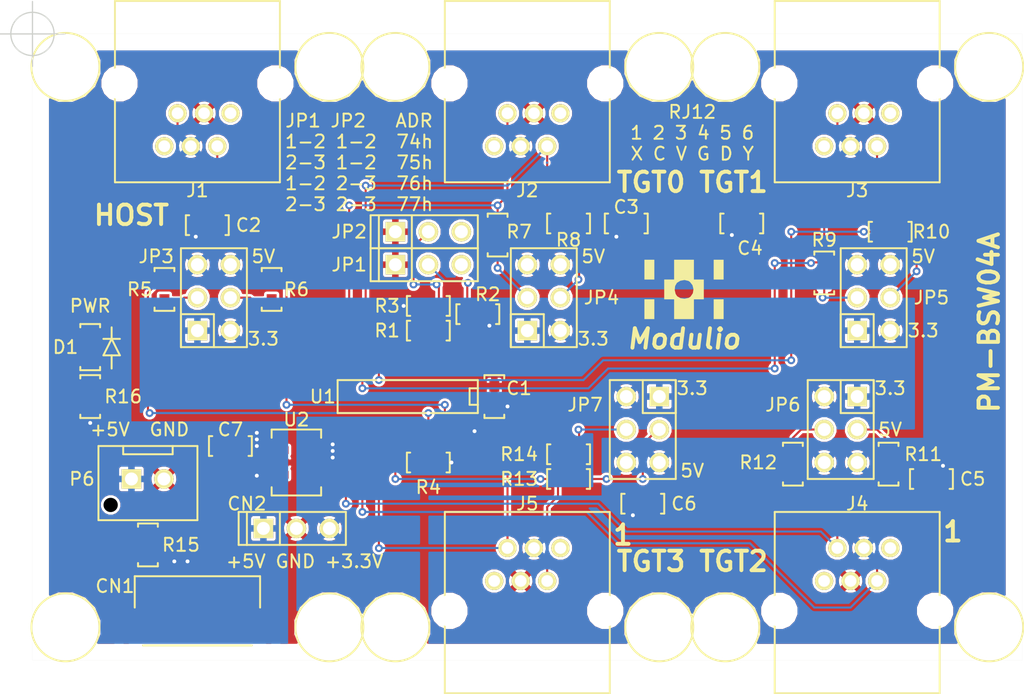
<source format=kicad_pcb>
(kicad_pcb (version 4) (host pcbnew 4.0.4-stable)
  (layers (0 F.Cu signal) (31 B.Cu signal) (34 B.Paste user) (35 F.Paste user) (36 B.SilkS user) (37 F.SilkS user) (38 B.Mask user) (39 F.Mask user) (44 Edge.Cuts user))
  (net 0 "")
  (net 1 +3.3V)
  (net 2 /SCL0)
  (net 3 /SCL1)
  (net 4 /SCL2)
  (net 5 /SCL3)
  (net 6 /SCL_HOST)
  (net 7 /SDA0)
  (net 8 /SDA1)
  (net 9 /SDA2)
  (net 10 /SDA3)
  (net 11 /SDA_HOST)
  (net 12 /SHIELD_USB)
  (net 13 GND)
  (net 14 VDD)
  (net 15 "Net-(CN1-Pad2)")
  (net 16 "Net-(CN1-Pad3)")
  (net 17 "Net-(CN1-Pad4)")
  (net 18 "Net-(D1-Pad1)")
  (net 19 "Net-(J1-Pad1)")
  (net 20 "Net-(J1-Pad6)")
  (net 21 "Net-(J2-Pad1)")
  (net 22 "Net-(J2-Pad6)")
  (net 23 "Net-(J3-Pad1)")
  (net 24 "Net-(J3-Pad6)")
  (net 25 "Net-(J4-Pad1)")
  (net 26 "Net-(J4-Pad6)")
  (net 27 "Net-(J5-Pad1)")
  (net 28 "Net-(J5-Pad6)")
  (net 29 "Net-(JP1-Pad2)")
  (net 30 "Net-(JP1-Pad3)")
  (net 31 "Net-(JP3-Pad3)")
  (net 32 "Net-(JP3-Pad4)")
  (net 33 "Net-(JP4-Pad3)")
  (net 34 "Net-(JP4-Pad4)")
  (net 35 "Net-(JP5-Pad3)")
  (net 36 "Net-(JP5-Pad4)")
  (net 37 "Net-(JP6-Pad3)")
  (net 38 "Net-(JP6-Pad4)")
  (net 39 "Net-(JP7-Pad3)")
  (net 40 "Net-(JP7-Pad4)")
  (net 41 "Net-(R1-Pad1)")
  (net 42 "Net-(R4-Pad2)")
  (net 43 "Net-(U2-Pad4)")
  (net 44 "Net-(JP2-Pad2)")
  (net 45 "Net-(JP2-Pad3)")
  (module HOLE2_2MM (layer F.Cu) (at 88.9 80.01)
    (fp_text reference HOLE2_2MM_01 hide)
    (fp_text value VAL** hide)
    (pad "" np_thru_hole circle (at 0 0) (size 2.2 2.2) (drill 2.2) (layers *.Cu) (clearance 1.6))
  )
  (module HOLE2_2MM (layer F.Cu) (at 109.22 80.01)
    (fp_text reference HOLE2_2MM_02 hide)
    (fp_text value VAL** hide)
    (pad "" np_thru_hole circle (at 0 0) (size 2.2 2.2) (drill 2.2) (layers *.Cu) (clearance 1.6))
  )
  (module HOLE2_2MM (layer F.Cu) (at 114.3 80.01)
    (fp_text reference HOLE2_2MM_03 hide)
    (fp_text value VAL** hide)
    (pad "" np_thru_hole circle (at 0 0) (size 2.2 2.2) (drill 2.2) (layers *.Cu) (clearance 1.6))
  )
  (module HOLE2_2MM (layer F.Cu) (at 134.62 80.01)
    (fp_text reference HOLE2_2MM_04 hide)
    (fp_text value VAL** hide)
    (pad "" np_thru_hole circle (at 0 0) (size 2.2 2.2) (drill 2.2) (layers *.Cu) (clearance 1.6))
  )
  (module HOLE2_2MM (layer F.Cu) (at 139.7 80.01)
    (fp_text reference HOLE2_2MM_05 hide)
    (fp_text value VAL** hide)
    (pad "" np_thru_hole circle (at 0 0) (size 2.2 2.2) (drill 2.2) (layers *.Cu) (clearance 1.6))
  )
  (module HOLE2_2MM (layer F.Cu) (at 160.02 80.01)
    (fp_text reference HOLE2_2MM_06 hide)
    (fp_text value VAL** hide)
    (pad "" np_thru_hole circle (at 0 0) (size 2.2 2.2) (drill 2.2) (layers *.Cu) (clearance 1.6))
  )
  (module HOLE2_2MM (layer F.Cu) (at 88.9 123.19)
    (fp_text reference HOLE2_2MM_12 hide)
    (fp_text value VAL** hide)
    (pad "" np_thru_hole circle (at 0 0) (size 2.2 2.2) (drill 2.2) (layers *.Cu) (clearance 1.6))
  )
  (module HOLE2_2MM (layer F.Cu) (at 109.22 123.19)
    (fp_text reference HOLE2_2MM_11 hide)
    (fp_text value VAL** hide)
    (pad "" np_thru_hole circle (at 0 0) (size 2.2 2.2) (drill 2.2) (layers *.Cu) (clearance 1.6))
  )
  (module HOLE2_2MM (layer F.Cu) (at 114.3 123.19)
    (fp_text reference HOLE2_2MM_10 hide)
    (fp_text value VAL** hide)
    (pad "" np_thru_hole circle (at 0 0) (size 2.2 2.2) (drill 2.2) (layers *.Cu) (clearance 1.6))
  )
  (module HOLE2_2MM (layer F.Cu) (at 134.62 123.19)
    (fp_text reference HOLE2_2MM_09 hide)
    (fp_text value VAL** hide)
    (pad "" np_thru_hole circle (at 0 0) (size 2.2 2.2) (drill 2.2) (layers *.Cu) (clearance 1.6))
  )
  (module HOLE2_2MM (layer F.Cu) (at 139.7 123.19)
    (fp_text reference HOLE2_2MM_08 hide)
    (fp_text value VAL** hide)
    (pad "" np_thru_hole circle (at 0 0) (size 2.2 2.2) (drill 2.2) (layers *.Cu) (clearance 1.6))
  )
  (module HOLE2_2MM (layer F.Cu) (at 160.02 123.19)
    (fp_text reference HOLE2_2MM_07 hide)
    (fp_text value VAL** hide)
    (pad "" np_thru_hole circle (at 0 0) (size 2.2 2.2) (drill 2.2) (layers *.Cu) (clearance 1.6))
  )
  (module LOGO (layer F.Cu) (at 136.525 97.155 180)
    (fp_text reference G*** hide)
    (fp_text value LOGO hide)
  )
  (module PM_BSW04:SMT1608 (layer F.Cu) (at 121.92 105.41 90)
    (fp_text reference C1 (at 0.635 1.905 180) (layer F.SilkS))
    (fp_text value 1uF hide)
    (pad 1 smd rect (at -0.8128 0 90) (size 0.889 0.762) (layers F.Cu F.Paste F.Mask) (net 1 +3.3V))
    (pad 2 smd rect (at 0.8128 0 90) (size 0.889 0.762) (layers F.Cu F.Paste F.Mask) (net 13 GND))
  )
  (module PM_BSW04:SMT1608 (layer F.Cu) (at 99.822 92.202)
    (fp_text reference C2 (at 3.175 0) (layer F.SilkS))
    (fp_text value 0.1uF hide)
    (pad 1 smd rect (at -0.8128 0) (size 0.889 0.762) (layers F.Cu F.Paste F.Mask) (net 14 VDD))
    (pad 2 smd rect (at 0.8128 0) (size 0.889 0.762) (layers F.Cu F.Paste F.Mask) (net 13 GND))
  )
  (module PM_BSW04:SMT1608 (layer F.Cu) (at 132.08 92.075)
    (fp_text reference C3 (at 0 -1.27) (layer F.SilkS))
    (fp_text value 0.1uF hide)
    (pad 1 smd rect (at -0.8128 0) (size 0.889 0.762) (layers F.Cu F.Paste F.Mask) (net 14 VDD))
    (pad 2 smd rect (at 0.8128 0) (size 0.889 0.762) (layers F.Cu F.Paste F.Mask) (net 13 GND))
  )
  (module PM_BSW04:SMT1608 (layer F.Cu) (at 140.97 92.075)
    (fp_text reference C4 (at 0.635 1.905) (layer F.SilkS))
    (fp_text value 0.1uF hide)
    (pad 1 smd rect (at -0.8128 0) (size 0.889 0.762) (layers F.Cu F.Paste F.Mask) (net 14 VDD))
    (pad 2 smd rect (at 0.8128 0) (size 0.889 0.762) (layers F.Cu F.Paste F.Mask) (net 13 GND))
  )
  (module PM_BSW04:SMT1608 (layer F.Cu) (at 155.575 111.76 180)
    (fp_text reference C5 (at -3.175 0 180) (layer F.SilkS))
    (fp_text value 0.1uF hide)
    (pad 1 smd rect (at -0.8128 0 180) (size 0.889 0.762) (layers F.Cu F.Paste F.Mask) (net 14 VDD))
    (pad 2 smd rect (at 0.8128 0 180) (size 0.889 0.762) (layers F.Cu F.Paste F.Mask) (net 13 GND))
  )
  (module PM_BSW04:SMT1608 (layer F.Cu) (at 133.35 113.665)
    (fp_text reference C6 (at 3.175 0) (layer F.SilkS))
    (fp_text value 0.1uF hide)
    (pad 1 smd rect (at -0.8128 0) (size 0.889 0.762) (layers F.Cu F.Paste F.Mask) (net 14 VDD))
    (pad 2 smd rect (at 0.8128 0) (size 0.889 0.762) (layers F.Cu F.Paste F.Mask) (net 13 GND))
  )
  (module PM_BSW04:SMT1608 (layer F.Cu) (at 101.6 109.22 180)
    (fp_text reference C7 (at 0 1.27 180) (layer F.SilkS))
    (fp_text value 0.1uF hide)
    (pad 1 smd rect (at -0.8128 0 180) (size 0.889 0.762) (layers F.Cu F.Paste F.Mask) (net 14 VDD))
    (pad 2 smd rect (at 0.8128 0 180) (size 0.889 0.762) (layers F.Cu F.Paste F.Mask) (net 13 GND))
  )
  (module PM_BSW04:FCI_MicroB (layer F.Cu) (at 99.06 123.19 180)
    (fp_text reference CN1 (at 6.35 3.175 180) (layer F.SilkS))
    (fp_text value USB_Micro_B hide)
    (pad 7 smd rect (at -3.85 0 180) (size 1.9 1.9) (layers F.Cu F.Paste F.Mask) (net 12 /SHIELD_USB))
    (pad 10 smd rect (at -1.2 0 180) (size 1.9 1.9) (layers F.Cu F.Paste F.Mask) (net 12 /SHIELD_USB))
    (pad 11 smd rect (at 1.2 0 180) (size 1.9 1.9) (layers F.Cu F.Paste F.Mask) (net 12 /SHIELD_USB))
    (pad 8 smd rect (at 3.85 0 180) (size 1.9 1.9) (layers F.Cu F.Paste F.Mask) (net 12 /SHIELD_USB))
    (pad 6 smd rect (at -3.1 2.55 180) (size 2.1 1.6) (layers F.Cu F.Paste F.Mask) (net 12 /SHIELD_USB))
    (pad 9 smd rect (at 3.1 2.55 180) (size 2.1 1.6) (layers F.Cu F.Paste F.Mask) (net 12 /SHIELD_USB))
    (pad 1 smd rect (at 1.3 2.675 180) (size 0.4 1.35) (layers F.Cu F.Paste F.Mask) (net 14 VDD))
    (pad 2 smd rect (at 0.65 2.675 180) (size 0.4 1.35) (layers F.Cu F.Paste F.Mask) (net 15 "Net-(CN1-Pad2)"))
    (pad 3 smd rect (at 0 2.675 180) (size 0.4 1.35) (layers F.Cu F.Paste F.Mask) (net 16 "Net-(CN1-Pad3)"))
    (pad 4 smd rect (at -0.65 2.675 180) (size 0.4 1.35) (layers F.Cu F.Paste F.Mask) (net 17 "Net-(CN1-Pad4)"))
    (pad 5 smd rect (at -1.3 2.675 180) (size 0.4 1.35) (layers F.Cu F.Paste F.Mask) (net 13 GND))
  )
  (module PM_BSW04:LED_SMT1608 (layer F.Cu) (at 90.805 101.6 90)
    (fp_text reference D1 (at 0 -1.905 180) (layer F.SilkS))
    (fp_text value LED hide)
    (pad 1 smd rect (at -0.8128 0 90) (size 0.889 0.762) (layers F.Cu F.Paste F.Mask) (net 18 "Net-(D1-Pad1)"))
    (pad 2 smd rect (at 0.8128 0 90) (size 0.889 0.762) (layers F.Cu F.Paste F.Mask) (net 13 GND))
  )
  (module PM_BSW04:3DIP100E (layer F.Cu) (at 116.84 95.25)
    (fp_text reference JP1 (at -6.096 0 180) (layer F.SilkS))
    (fp_text value CONN_3 hide)
    (pad 1 thru_hole rect (at -2.54 0) (size 1.5 1.5) (drill 1) (layers *.Cu *.Mask F.SilkS) (net 13 GND))
    (pad 2 thru_hole circle (at 0 0) (size 1.5 1.5) (drill 1) (layers *.Cu *.Mask F.SilkS) (net 29 "Net-(JP1-Pad2)"))
    (pad 3 thru_hole circle (at 2.54 0) (size 1.5 1.5) (drill 1) (layers *.Cu *.Mask F.SilkS) (net 30 "Net-(JP1-Pad3)"))
  )
  (module PM_BSW04:6DIP100E (layer F.Cu) (at 99.06 100.33 90)
    (fp_text reference JP3 (at 5.715 -3.175 180) (layer F.SilkS))
    (fp_text value CONN_3X2 hide)
    (pad 1 thru_hole rect (at 0 0 90) (size 1.5 1.5) (drill 1) (layers *.Cu *.Mask F.SilkS) (net 1 +3.3V))
    (pad 2 thru_hole circle (at 0 2.54 90) (size 1.5 1.5) (drill 1) (layers *.Cu *.Mask F.SilkS) (net 1 +3.3V))
    (pad 3 thru_hole circle (at 2.54 0 90) (size 1.5 1.5) (drill 1) (layers *.Cu *.Mask F.SilkS) (net 31 "Net-(JP3-Pad3)"))
    (pad 4 thru_hole circle (at 2.54 2.54 90) (size 1.5 1.5) (drill 1) (layers *.Cu *.Mask F.SilkS) (net 32 "Net-(JP3-Pad4)"))
    (pad 5 thru_hole circle (at 5.08 0 90) (size 1.5 1.5) (drill 1) (layers *.Cu *.Mask F.SilkS) (net 14 VDD))
    (pad 6 thru_hole circle (at 5.08 2.54 90) (size 1.5 1.5) (drill 1) (layers *.Cu *.Mask F.SilkS) (net 14 VDD))
  )
  (module PM_BSW04:6DIP100E (layer F.Cu) (at 124.46 100.33 90)
    (fp_text reference JP4 (at 2.54 5.715 180) (layer F.SilkS))
    (fp_text value CONN_3X2 hide)
    (pad 1 thru_hole rect (at 0 0 90) (size 1.5 1.5) (drill 1) (layers *.Cu *.Mask F.SilkS) (net 1 +3.3V))
    (pad 2 thru_hole circle (at 0 2.54 90) (size 1.5 1.5) (drill 1) (layers *.Cu *.Mask F.SilkS) (net 1 +3.3V))
    (pad 3 thru_hole circle (at 2.54 0 90) (size 1.5 1.5) (drill 1) (layers *.Cu *.Mask F.SilkS) (net 33 "Net-(JP4-Pad3)"))
    (pad 4 thru_hole circle (at 2.54 2.54 90) (size 1.5 1.5) (drill 1) (layers *.Cu *.Mask F.SilkS) (net 34 "Net-(JP4-Pad4)"))
    (pad 5 thru_hole circle (at 5.08 0 90) (size 1.5 1.5) (drill 1) (layers *.Cu *.Mask F.SilkS) (net 14 VDD))
    (pad 6 thru_hole circle (at 5.08 2.54 90) (size 1.5 1.5) (drill 1) (layers *.Cu *.Mask F.SilkS) (net 14 VDD))
  )
  (module PM_BSW04:6DIP100E (layer F.Cu) (at 149.86 100.33 90)
    (fp_text reference JP5 (at 2.54 5.715 180) (layer F.SilkS))
    (fp_text value CONN_3X2 hide)
    (pad 1 thru_hole rect (at 0 0 90) (size 1.5 1.5) (drill 1) (layers *.Cu *.Mask F.SilkS) (net 1 +3.3V))
    (pad 2 thru_hole circle (at 0 2.54 90) (size 1.5 1.5) (drill 1) (layers *.Cu *.Mask F.SilkS) (net 1 +3.3V))
    (pad 3 thru_hole circle (at 2.54 0 90) (size 1.5 1.5) (drill 1) (layers *.Cu *.Mask F.SilkS) (net 35 "Net-(JP5-Pad3)"))
    (pad 4 thru_hole circle (at 2.54 2.54 90) (size 1.5 1.5) (drill 1) (layers *.Cu *.Mask F.SilkS) (net 36 "Net-(JP5-Pad4)"))
    (pad 5 thru_hole circle (at 5.08 0 90) (size 1.5 1.5) (drill 1) (layers *.Cu *.Mask F.SilkS) (net 14 VDD))
    (pad 6 thru_hole circle (at 5.08 2.54 90) (size 1.5 1.5) (drill 1) (layers *.Cu *.Mask F.SilkS) (net 14 VDD))
  )
  (module PM_BSW04:6DIP100E (layer F.Cu) (at 149.86 105.41 270)
    (fp_text reference JP6 (at 0.635 5.715 360) (layer F.SilkS))
    (fp_text value CONN_3X2 hide)
    (pad 1 thru_hole rect (at 0 0 270) (size 1.5 1.5) (drill 1) (layers *.Cu *.Mask F.SilkS) (net 1 +3.3V))
    (pad 2 thru_hole circle (at 0 2.54 270) (size 1.5 1.5) (drill 1) (layers *.Cu *.Mask F.SilkS) (net 1 +3.3V))
    (pad 3 thru_hole circle (at 2.54 0 270) (size 1.5 1.5) (drill 1) (layers *.Cu *.Mask F.SilkS) (net 37 "Net-(JP6-Pad3)"))
    (pad 4 thru_hole circle (at 2.54 2.54 270) (size 1.5 1.5) (drill 1) (layers *.Cu *.Mask F.SilkS) (net 38 "Net-(JP6-Pad4)"))
    (pad 5 thru_hole circle (at 5.08 0 270) (size 1.5 1.5) (drill 1) (layers *.Cu *.Mask F.SilkS) (net 14 VDD))
    (pad 6 thru_hole circle (at 5.08 2.54 270) (size 1.5 1.5) (drill 1) (layers *.Cu *.Mask F.SilkS) (net 14 VDD))
  )
  (module PM_BSW04:6DIP100E (layer F.Cu) (at 134.62 105.41 270)
    (fp_text reference JP7 (at 0.635 5.715 360) (layer F.SilkS))
    (fp_text value CONN_3X2 hide)
    (pad 1 thru_hole rect (at 0 0 270) (size 1.5 1.5) (drill 1) (layers *.Cu *.Mask F.SilkS) (net 1 +3.3V))
    (pad 2 thru_hole circle (at 0 2.54 270) (size 1.5 1.5) (drill 1) (layers *.Cu *.Mask F.SilkS) (net 1 +3.3V))
    (pad 3 thru_hole circle (at 2.54 0 270) (size 1.5 1.5) (drill 1) (layers *.Cu *.Mask F.SilkS) (net 39 "Net-(JP7-Pad3)"))
    (pad 4 thru_hole circle (at 2.54 2.54 270) (size 1.5 1.5) (drill 1) (layers *.Cu *.Mask F.SilkS) (net 40 "Net-(JP7-Pad4)"))
    (pad 5 thru_hole circle (at 5.08 0 270) (size 1.5 1.5) (drill 1) (layers *.Cu *.Mask F.SilkS) (net 14 VDD))
    (pad 6 thru_hole circle (at 5.08 2.54 270) (size 1.5 1.5) (drill 1) (layers *.Cu *.Mask F.SilkS) (net 14 VDD))
  )
  (module PM_BSW04:SMT1608 (layer F.Cu) (at 116.84 100.33 180)
    (fp_text reference R1 (at 3.175 0 360) (layer F.SilkS))
    (fp_text value 10k hide)
    (pad 1 smd rect (at -0.8128 0 180) (size 0.889 0.762) (layers F.Cu F.Paste F.Mask) (net 41 "Net-(R1-Pad1)"))
    (pad 2 smd rect (at 0.8128 0 180) (size 0.889 0.762) (layers F.Cu F.Paste F.Mask) (net 1 +3.3V))
  )
  (module PM_BSW04:SMT1608 (layer F.Cu) (at 120.65 99.06 180)
    (fp_text reference R2 (at -0.762 1.524 360) (layer F.SilkS))
    (fp_text value 10k hide)
    (pad 1 smd rect (at -0.8128 0 180) (size 0.889 0.762) (layers F.Cu F.Paste F.Mask) (net 1 +3.3V))
    (pad 2 smd rect (at 0.8128 0 180) (size 0.889 0.762) (layers F.Cu F.Paste F.Mask) (net 29 "Net-(JP1-Pad2)"))
  )
  (module PM_BSW04:SMT1608 (layer F.Cu) (at 116.84 110.49 180)
    (fp_text reference R4 (at 0 -1.905 360) (layer F.SilkS))
    (fp_text value 10k hide)
    (pad 1 smd rect (at -0.8128 0 180) (size 0.889 0.762) (layers F.Cu F.Paste F.Mask) (net 1 +3.3V))
    (pad 2 smd rect (at 0.8128 0 180) (size 0.889 0.762) (layers F.Cu F.Paste F.Mask) (net 42 "Net-(R4-Pad2)"))
  )
  (module PM_BSW04:SMT1608 (layer F.Cu) (at 96.52 97.155 270)
    (fp_text reference R5 (at 0 1.905 360) (layer F.SilkS))
    (fp_text value 4.7k hide)
    (pad 1 smd rect (at -0.8128 0 270) (size 0.889 0.762) (layers F.Cu F.Paste F.Mask) (net 6 /SCL_HOST))
    (pad 2 smd rect (at 0.8128 0 270) (size 0.889 0.762) (layers F.Cu F.Paste F.Mask) (net 31 "Net-(JP3-Pad3)"))
  )
  (module PM_BSW04:SMT1608 (layer F.Cu) (at 104.775 97.155 270)
    (fp_text reference R6 (at 0 -1.905 360) (layer F.SilkS))
    (fp_text value 4.7k hide)
    (pad 1 smd rect (at -0.8128 0 270) (size 0.889 0.762) (layers F.Cu F.Paste F.Mask) (net 11 /SDA_HOST))
    (pad 2 smd rect (at 0.8128 0 270) (size 0.889 0.762) (layers F.Cu F.Paste F.Mask) (net 32 "Net-(JP3-Pad4)"))
  )
  (module PM_BSW04:SMT1608 (layer F.Cu) (at 122.174 92.964 90)
    (fp_text reference R7 (at 0.254 1.651 180) (layer F.SilkS))
    (fp_text value 4.7k hide)
    (pad 1 smd rect (at -0.8128 0 90) (size 0.889 0.762) (layers F.Cu F.Paste F.Mask) (net 33 "Net-(JP4-Pad3)"))
    (pad 2 smd rect (at 0.8128 0 90) (size 0.889 0.762) (layers F.Cu F.Paste F.Mask) (net 2 /SCL0))
  )
  (module PM_BSW04:SMT1608 (layer F.Cu) (at 127.635 92.075 180)
    (fp_text reference R8 (at 0 -1.27 180) (layer F.SilkS))
    (fp_text value 4.7k hide)
    (pad 1 smd rect (at -0.8128 0 180) (size 0.889 0.762) (layers F.Cu F.Paste F.Mask) (net 34 "Net-(JP4-Pad4)"))
    (pad 2 smd rect (at 0.8128 0 180) (size 0.889 0.762) (layers F.Cu F.Paste F.Mask) (net 7 /SDA0))
  )
  (module PM_BSW04:SMT1608 (layer F.Cu) (at 147.32 95.885 270)
    (fp_text reference R9 (at -2.54 0 360) (layer F.SilkS))
    (fp_text value 4.7k hide)
    (pad 1 smd rect (at -0.8128 0 270) (size 0.889 0.762) (layers F.Cu F.Paste F.Mask) (net 3 /SCL1))
    (pad 2 smd rect (at 0.8128 0 270) (size 0.889 0.762) (layers F.Cu F.Paste F.Mask) (net 35 "Net-(JP5-Pad3)"))
  )
  (module PM_BSW04:SMT1608 (layer F.Cu) (at 152.4 92.71)
    (fp_text reference R10 (at 3.175 0) (layer F.SilkS))
    (fp_text value 4.7k hide)
    (pad 1 smd rect (at -0.8128 0) (size 0.889 0.762) (layers F.Cu F.Paste F.Mask) (net 8 /SDA1))
    (pad 2 smd rect (at 0.8128 0) (size 0.889 0.762) (layers F.Cu F.Paste F.Mask) (net 36 "Net-(JP5-Pad4)"))
  )
  (module PM_BSW04:SMT1608 (layer F.Cu) (at 152.273 110.617 270)
    (fp_text reference R11 (at -0.762 -2.667 360) (layer F.SilkS))
    (fp_text value 4.7k hide)
    (pad 1 smd rect (at -0.8128 0 270) (size 0.889 0.762) (layers F.Cu F.Paste F.Mask) (net 37 "Net-(JP6-Pad3)"))
    (pad 2 smd rect (at 0.8128 0 270) (size 0.889 0.762) (layers F.Cu F.Paste F.Mask) (net 4 /SCL2))
  )
  (module PM_BSW04:SMT1608 (layer F.Cu) (at 144.907 110.617 90)
    (fp_text reference R12 (at 0.127 -2.667 180) (layer F.SilkS))
    (fp_text value 4.7k hide)
    (pad 1 smd rect (at -0.8128 0 90) (size 0.889 0.762) (layers F.Cu F.Paste F.Mask) (net 9 /SDA2))
    (pad 2 smd rect (at 0.8128 0 90) (size 0.889 0.762) (layers F.Cu F.Paste F.Mask) (net 38 "Net-(JP6-Pad4)"))
  )
  (module PM_BSW04:SMT1608 (layer F.Cu) (at 127.635 111.76)
    (fp_text reference R13 (at -3.81 0 180) (layer F.SilkS))
    (fp_text value 4.7k hide)
    (pad 1 smd rect (at -0.8128 0) (size 0.889 0.762) (layers F.Cu F.Paste F.Mask) (net 5 /SCL3))
    (pad 2 smd rect (at 0.8128 0) (size 0.889 0.762) (layers F.Cu F.Paste F.Mask) (net 39 "Net-(JP7-Pad3)"))
  )
  (module PM_BSW04:SMT1608 (layer F.Cu) (at 127.635 109.855 180)
    (fp_text reference R14 (at 3.81 0 360) (layer F.SilkS))
    (fp_text value 4.7k hide)
    (pad 1 smd rect (at -0.8128 0 180) (size 0.889 0.762) (layers F.Cu F.Paste F.Mask) (net 40 "Net-(JP7-Pad4)"))
    (pad 2 smd rect (at 0.8128 0 180) (size 0.889 0.762) (layers F.Cu F.Paste F.Mask) (net 10 /SDA3))
  )
  (module PM_BSW04:SMT1608 (layer F.Cu) (at 95.25 116.84 270)
    (fp_text reference R15 (at 0 -2.54 360) (layer F.SilkS))
    (fp_text value 0-OHM hide)
    (pad 1 smd rect (at -0.8128 0 270) (size 0.889 0.762) (layers F.Cu F.Paste F.Mask) (net 13 GND))
    (pad 2 smd rect (at 0.8128 0 270) (size 0.889 0.762) (layers F.Cu F.Paste F.Mask) (net 12 /SHIELD_USB))
  )
  (module PM_BSW04:SMT1608 (layer F.Cu) (at 90.805 105.41 90)
    (fp_text reference R16 (at 0 2.54 180) (layer F.SilkS))
    (fp_text value 1K hide)
    (pad 1 smd rect (at -0.8128 0 90) (size 0.889 0.762) (layers F.Cu F.Paste F.Mask) (net 14 VDD))
    (pad 2 smd rect (at 0.8128 0 90) (size 0.889 0.762) (layers F.Cu F.Paste F.Mask) (net 18 "Net-(D1-Pad1)"))
  )
  (module PM_BSW04:SO16_SOT109 (layer F.Cu) (at 114.935 105.41 180)
    (fp_text reference U1 (at 6.223 0 360) (layer F.SilkS))
    (fp_text value PCA9546A hide)
    (pad 1 smd rect (at -4.445 2.65 180) (size 0.6 1.3) (layers F.Cu F.Paste F.Mask) (net 29 "Net-(JP1-Pad2)"))
    (pad 2 smd rect (at -3.175 2.65 180) (size 0.6 1.3) (layers F.Cu F.Paste F.Mask) (net 44 "Net-(JP2-Pad2)"))
    (pad 3 smd rect (at -1.905 2.65 180) (size 0.6 1.3) (layers F.Cu F.Paste F.Mask) (net 41 "Net-(R1-Pad1)"))
    (pad 4 smd rect (at -0.635 2.65 180) (size 0.6 1.3) (layers F.Cu F.Paste F.Mask) (net 7 /SDA0))
    (pad 5 smd rect (at 0.635 2.65 180) (size 0.6 1.3) (layers F.Cu F.Paste F.Mask) (net 2 /SCL0))
    (pad 6 smd rect (at 1.905 2.65 180) (size 0.6 1.3) (layers F.Cu F.Paste F.Mask) (net 8 /SDA1))
    (pad 7 smd rect (at 3.175 2.65 180) (size 0.6 1.3) (layers F.Cu F.Paste F.Mask) (net 3 /SCL1))
    (pad 8 smd rect (at 4.445 2.65 180) (size 0.6 1.3) (layers F.Cu F.Paste F.Mask) (net 13 GND))
    (pad 9 smd rect (at 4.445 -2.65 180) (size 0.6 1.3) (layers F.Cu F.Paste F.Mask) (net 9 /SDA2))
    (pad 10 smd rect (at 3.175 -2.65 180) (size 0.6 1.3) (layers F.Cu F.Paste F.Mask) (net 4 /SCL2))
    (pad 11 smd rect (at 1.905 -2.65 180) (size 0.6 1.3) (layers F.Cu F.Paste F.Mask) (net 10 /SDA3))
    (pad 12 smd rect (at 0.635 -2.65 180) (size 0.6 1.3) (layers F.Cu F.Paste F.Mask) (net 5 /SCL3))
    (pad 13 smd rect (at -0.635 -2.65 180) (size 0.6 1.3) (layers F.Cu F.Paste F.Mask) (net 42 "Net-(R4-Pad2)"))
    (pad 14 smd rect (at -1.905 -2.65 180) (size 0.6 1.3) (layers F.Cu F.Paste F.Mask) (net 6 /SCL_HOST))
    (pad 15 smd rect (at -3.175 -2.65 180) (size 0.6 1.3) (layers F.Cu F.Paste F.Mask) (net 11 /SDA_HOST))
    (pad 16 smd rect (at -4.445 -2.65 180) (size 0.6 1.3) (layers F.Cu F.Paste F.Mask) (net 1 +3.3V))
  )
  (module PM_BSW04:SMV2915 (layer F.Cu) (at 106.68 110.49 270)
    (fp_text reference U2 (at -3.302 0 360) (layer F.SilkS))
    (fp_text value TCR2EF33 hide)
    (pad 1 smd rect (at -0.95 1.25 270) (size 0.6 1.3) (layers F.Cu F.Paste F.Mask) (net 14 VDD))
    (pad 2 smd rect (at 0 1.25 270) (size 0.6 1.3) (layers F.Cu F.Paste F.Mask) (net 13 GND))
    (pad 3 smd rect (at 0.95 1.25 270) (size 0.6 1.3) (layers F.Cu F.Paste F.Mask) (net 14 VDD))
    (pad 4 smd rect (at 0.95 -1.25 270) (size 0.6 1.3) (layers F.Cu F.Paste F.Mask) (net 43 "Net-(U2-Pad4)"))
    (pad 5 smd rect (at -0.95 -1.25 270) (size 0.6 1.3) (layers F.Cu F.Paste F.Mask) (net 1 +3.3V))
  )
  (module PM_BSW04:CN_B2B_XH_AM (layer F.Cu) (at 93.98 111.76)
    (fp_text reference P6 (at -3.81 0) (layer F.SilkS))
    (fp_text value CONN_2 hide)
    (pad 1 thru_hole rect (at 0 0) (size 1.5 1.5) (drill 1) (layers *.Cu *.Mask F.SilkS) (net 14 VDD))
    (pad 2 thru_hole circle (at 2.5 0) (size 1.5 1.5) (drill 1) (layers *.Cu *.Mask F.SilkS) (net 13 GND))
    (pad "" np_thru_hole circle (at -1.6 2) (size 1.1 1.1) (drill 1.1) (layers))
  )
  (module PM_BSW04:3DIP100E (layer F.Cu) (at 106.68 115.57)
    (fp_text reference CN2 (at -3.81 -1.905) (layer F.SilkS))
    (fp_text value CONN_01X03 hide)
    (pad 1 thru_hole rect (at -2.54 0) (size 1.5 1.5) (drill 1) (layers *.Cu *.Mask F.SilkS) (net 14 VDD))
    (pad 2 thru_hole circle (at 0 0) (size 1.5 1.5) (drill 1) (layers *.Cu *.Mask F.SilkS) (net 13 GND))
    (pad 3 thru_hole circle (at 2.54 0) (size 1.5 1.5) (drill 1) (layers *.Cu *.Mask F.SilkS) (net 1 +3.3V))
  )
  (module PM_BSW04:3DIP100E (layer F.Cu) (at 116.84 92.71)
    (fp_text reference JP2 (at -6.096 0) (layer F.SilkS))
    (fp_text value CONN_3 hide)
    (pad 1 thru_hole rect (at -2.54 0) (size 1.5 1.5) (drill 1) (layers *.Cu *.Mask F.SilkS) (net 13 GND))
    (pad 2 thru_hole circle (at 0 0) (size 1.5 1.5) (drill 1) (layers *.Cu *.Mask F.SilkS) (net 44 "Net-(JP2-Pad2)"))
    (pad 3 thru_hole circle (at 2.54 0) (size 1.5 1.5) (drill 1) (layers *.Cu *.Mask F.SilkS) (net 45 "Net-(JP2-Pad3)"))
  )
  (module PM_BSW04:SMT1608 (layer F.Cu) (at 116.84 98.425)
    (fp_text reference R3 (at -3.175 0) (layer F.SilkS))
    (fp_text value 10k hide)
    (pad 1 smd rect (at -0.8128 0) (size 0.889 0.762) (layers F.Cu F.Paste F.Mask) (net 1 +3.3V))
    (pad 2 smd rect (at 0.8128 0) (size 0.889 0.762) (layers F.Cu F.Paste F.Mask) (net 44 "Net-(JP2-Pad2)"))
  )
  (module PM_BSW04:RJ12_E5566-Q0LK22-L (layer F.Cu) (at 124.46 121.92)
    (fp_text reference J5 (at 0 -8.255) (layer F.SilkS))
    (fp_text value RJ12_NPTH hide)
    (pad 1 thru_hole circle (at 2.55 -4.84) (size 1.4 1.4) (drill 0.9) (layers *.Cu *.Mask F.SilkS) (net 27 "Net-(J5-Pad1)"))
    (pad 2 thru_hole circle (at 1.53 -2.3) (size 1.4 1.4) (drill 0.9) (layers *.Cu *.Mask F.SilkS) (net 5 /SCL3))
    (pad 3 thru_hole circle (at 0.51 -4.84) (size 1.4 1.4) (drill 0.9) (layers *.Cu *.Mask F.SilkS) (net 14 VDD))
    (pad 4 thru_hole circle (at -0.51 -2.3) (size 1.4 1.4) (drill 0.9) (layers *.Cu *.Mask F.SilkS) (net 13 GND))
    (pad 5 thru_hole circle (at -1.53 -4.84) (size 1.4 1.4) (drill 0.9) (layers *.Cu *.Mask F.SilkS) (net 10 /SDA3))
    (pad 6 thru_hole circle (at -2.55 -2.3) (size 1.4 1.4) (drill 0.9) (layers *.Cu *.Mask F.SilkS) (net 28 "Net-(J5-Pad6)"))
    (pad "" np_thru_hole circle (at 6 0) (size 2.4 2.4) (drill 2.4) (layers *.Cu))
    (pad "" np_thru_hole circle (at -6 0) (size 2.4 2.4) (drill 2.4) (layers *.Cu))
  )
  (module PM_BSW04:RJ12_E5566-Q0LK22-L (layer F.Cu) (at 149.86 121.92)
    (fp_text reference J4 (at 0 -8.255) (layer F.SilkS))
    (fp_text value RJ12_NPTH hide)
    (pad 1 thru_hole circle (at 2.55 -4.84) (size 1.4 1.4) (drill 0.9) (layers *.Cu *.Mask F.SilkS) (net 25 "Net-(J4-Pad1)"))
    (pad 2 thru_hole circle (at 1.53 -2.3) (size 1.4 1.4) (drill 0.9) (layers *.Cu *.Mask F.SilkS) (net 4 /SCL2))
    (pad 3 thru_hole circle (at 0.51 -4.84) (size 1.4 1.4) (drill 0.9) (layers *.Cu *.Mask F.SilkS) (net 14 VDD))
    (pad 4 thru_hole circle (at -0.51 -2.3) (size 1.4 1.4) (drill 0.9) (layers *.Cu *.Mask F.SilkS) (net 13 GND))
    (pad 5 thru_hole circle (at -1.53 -4.84) (size 1.4 1.4) (drill 0.9) (layers *.Cu *.Mask F.SilkS) (net 9 /SDA2))
    (pad 6 thru_hole circle (at -2.55 -2.3) (size 1.4 1.4) (drill 0.9) (layers *.Cu *.Mask F.SilkS) (net 26 "Net-(J4-Pad6)"))
    (pad "" np_thru_hole circle (at 6 0) (size 2.4 2.4) (drill 2.4) (layers *.Cu))
    (pad "" np_thru_hole circle (at -6 0) (size 2.4 2.4) (drill 2.4) (layers *.Cu))
  )
  (module PM_BSW04:RJ12_E5566-Q0LK22-L (layer F.Cu) (at 124.46 81.28 180)
    (fp_text reference J2 (at 0 -8.255 180) (layer F.SilkS))
    (fp_text value RJ12_NPTH hide)
    (pad 1 thru_hole circle (at 2.55 -4.84 180) (size 1.4 1.4) (drill 0.9) (layers *.Cu *.Mask F.SilkS) (net 21 "Net-(J2-Pad1)"))
    (pad 2 thru_hole circle (at 1.53 -2.3 180) (size 1.4 1.4) (drill 0.9) (layers *.Cu *.Mask F.SilkS) (net 2 /SCL0))
    (pad 3 thru_hole circle (at 0.51 -4.84 180) (size 1.4 1.4) (drill 0.9) (layers *.Cu *.Mask F.SilkS) (net 14 VDD))
    (pad 4 thru_hole circle (at -0.51 -2.3 180) (size 1.4 1.4) (drill 0.9) (layers *.Cu *.Mask F.SilkS) (net 13 GND))
    (pad 5 thru_hole circle (at -1.53 -4.84 180) (size 1.4 1.4) (drill 0.9) (layers *.Cu *.Mask F.SilkS) (net 7 /SDA0))
    (pad 6 thru_hole circle (at -2.55 -2.3 180) (size 1.4 1.4) (drill 0.9) (layers *.Cu *.Mask F.SilkS) (net 22 "Net-(J2-Pad6)"))
    (pad "" np_thru_hole circle (at 6 0 180) (size 2.4 2.4) (drill 2.4) (layers *.Cu))
    (pad "" np_thru_hole circle (at -6 0 180) (size 2.4 2.4) (drill 2.4) (layers *.Cu))
  )
  (module PM_BSW04:RJ12_E5566-Q0LK22-L (layer F.Cu) (at 99.06 81.28 180)
    (fp_text reference J1 (at 0 -8.255 180) (layer F.SilkS))
    (fp_text value RJ12_NPTH hide)
    (pad 1 thru_hole circle (at 2.55 -4.84 180) (size 1.4 1.4) (drill 0.9) (layers *.Cu *.Mask F.SilkS) (net 19 "Net-(J1-Pad1)"))
    (pad 2 thru_hole circle (at 1.53 -2.3 180) (size 1.4 1.4) (drill 0.9) (layers *.Cu *.Mask F.SilkS) (net 6 /SCL_HOST))
    (pad 3 thru_hole circle (at 0.51 -4.84 180) (size 1.4 1.4) (drill 0.9) (layers *.Cu *.Mask F.SilkS) (net 14 VDD))
    (pad 4 thru_hole circle (at -0.51 -2.3 180) (size 1.4 1.4) (drill 0.9) (layers *.Cu *.Mask F.SilkS) (net 13 GND))
    (pad 5 thru_hole circle (at -1.53 -4.84 180) (size 1.4 1.4) (drill 0.9) (layers *.Cu *.Mask F.SilkS) (net 11 /SDA_HOST))
    (pad 6 thru_hole circle (at -2.55 -2.3 180) (size 1.4 1.4) (drill 0.9) (layers *.Cu *.Mask F.SilkS) (net 20 "Net-(J1-Pad6)"))
    (pad "" np_thru_hole circle (at 6 0 180) (size 2.4 2.4) (drill 2.4) (layers *.Cu))
    (pad "" np_thru_hole circle (at -6 0 180) (size 2.4 2.4) (drill 2.4) (layers *.Cu))
  )
  (module PM_BSW04:RJ12_E5566-Q0LK22-L (layer F.Cu) (at 149.86 81.28 180)
    (fp_text reference J3 (at 0 -8.255 180) (layer F.SilkS))
    (fp_text value RJ12_NPTH hide)
    (pad 1 thru_hole circle (at 2.55 -4.84 180) (size 1.4 1.4) (drill 0.9) (layers *.Cu *.Mask F.SilkS) (net 23 "Net-(J3-Pad1)"))
    (pad 2 thru_hole circle (at 1.53 -2.3 180) (size 1.4 1.4) (drill 0.9) (layers *.Cu *.Mask F.SilkS) (net 3 /SCL1))
    (pad 3 thru_hole circle (at 0.51 -4.84 180) (size 1.4 1.4) (drill 0.9) (layers *.Cu *.Mask F.SilkS) (net 14 VDD))
    (pad 4 thru_hole circle (at -0.51 -2.3 180) (size 1.4 1.4) (drill 0.9) (layers *.Cu *.Mask F.SilkS) (net 13 GND))
    (pad 5 thru_hole circle (at -1.53 -4.84 180) (size 1.4 1.4) (drill 0.9) (layers *.Cu *.Mask F.SilkS) (net 8 /SDA1))
    (pad 6 thru_hole circle (at -2.55 -2.3 180) (size 1.4 1.4) (drill 0.9) (layers *.Cu *.Mask F.SilkS) (net 24 "Net-(J3-Pad6)"))
    (pad "" np_thru_hole circle (at 6 0 180) (size 2.4 2.4) (drill 2.4) (layers *.Cu))
    (pad "" np_thru_hole circle (at -6 0 180) (size 2.4 2.4) (drill 2.4) (layers *.Cu))
  )
  (gr_text 1 (at 157.226 115.824) (layer F.SilkS) (effects (font (size 1.5 1.5) (thickness 0.3))))
  (gr_text 5V (at 137.16 111.125) (layer F.SilkS) (effects (font (size 1 1))))
  (gr_text 3.3 (at 137.16 104.775) (layer F.SilkS) (effects (font (size 1 1))))
  (gr_line (start 162.56 125.73) (end 86.36 125.73) (angle 90) (layer Edge.Cuts) (width 0.005))
  (gr_line (start 162.56 77.47) (end 86.36 77.47) (angle 90) (layer Edge.Cuts) (width 0.005))
  (target plus (at 86.36 77.47) (size 5) (width 0.1) (layer Edge.Cuts))
  (gr_line (start 162.56 77.47) (end 162.56 125.73) (angle 90) (layer Edge.Cuts) (width 0.005))
  (gr_line (start 86.36 77.47) (end 86.36 125.73) (angle 90) (layer Edge.Cuts) (width 0.005))
  (gr_text 3.3 (at 152.4 104.775) (layer F.SilkS) (effects (font (size 1 1))))
  (gr_text 5V (at 152.4 107.95) (layer F.SilkS) (effects (font (size 1 1))))
  (gr_text 1 (at 131.826 116.078) (layer F.SilkS) (effects (font (size 1.5 1.5) (thickness 0.3))))
  (gr_text "+5V  GND" (at 94.615 107.95) (layer F.SilkS) (effects (font (size 1 1))))
  (gr_text "+5V GND +3.3V" (at 107.315 118.11) (layer F.SilkS) (effects (font (size 1 1))))
  (gr_text PWR (at 90.805 98.425) (layer F.SilkS) (effects (font (size 1 1))))
  (gr_text Modulio (at 136.525 100.965) (layer F.SilkS) (effects (font (size 1.5 1.5) (thickness 0.3) italic)))
  (gr_text 3.3 (at 154.94 100.33) (layer F.SilkS) (effects (font (size 1 1))))
  (gr_text 5V (at 154.94 94.615) (layer F.SilkS) (effects (font (size 1 1))))
  (gr_text 3.3 (at 129.54 100.965) (layer F.SilkS) (effects (font (size 1 1))))
  (gr_text 5V (at 129.54 94.615) (layer F.SilkS) (effects (font (size 1 1))))
  (gr_text 5V (at 104.14 94.615) (layer F.SilkS) (effects (font (size 1 1))))
  (gr_text 3.3 (at 104.14 100.965) (layer F.SilkS) (effects (font (size 1 1))))
  (gr_text "RJ12\n1 2 3 4 5 6\nX C V G D Y" (at 137.16 85.09) (layer F.SilkS) (effects (font (size 1 1))))
  (gr_text "JP1 JP2   ADR\n1-2 1-2  74h\n2-3 1-2  75h\n1-2 2-3  76h\n2-3 2-3  77h" (at 111.506 87.376) (layer F.SilkS) (effects (font (size 1 1))))
  (gr_text TGT3 (at 133.985 118.11) (layer F.SilkS) (effects (font (size 1.5 1.5) (thickness 0.3))))
  (gr_text TGT2 (at 140.335 118.11) (layer F.SilkS) (effects (font (size 1.5 1.5) (thickness 0.3))))
  (gr_text TGT1 (at 140.335 88.9) (layer F.SilkS) (effects (font (size 1.5 1.5) (thickness 0.3))))
  (gr_text TGT0 (at 133.985 88.9) (layer F.SilkS) (effects (font (size 1.5 1.5) (thickness 0.3))))
  (gr_text HOST (at 93.98 91.44) (layer F.SilkS) (effects (font (size 1.5 1.5) (thickness 0.3))))
  (gr_text PM-BSW04A (at 160.02 99.695 90) (layer F.SilkS) (effects (font (size 1.5 1.5) (thickness 0.3))))
  (segment (start 125.99 87.39) (end 125.984 87.39) (width 0.16) (layer B.Cu) (net 0))
  (segment (start 125.984 87.39) (end 125.97 87.39) (width 0.16) (layer B.Cu) (net 0))
  (segment (start 116.0272 100.33) (end 116.0272 98.425) (width 0.16) (layer F.Cu) (net 1))
  (segment (start 116.0272 98.425) (end 114.935 98.425) (width 0.16) (layer F.Cu) (net 1))
  (via (at 114.935 98.425) (size 0.6) (drill 0.3) (layers F.Cu B.Cu) (net 1))
  (segment (start 121.4628 99.06) (end 121.4628 99.8728) (width 0.16) (layer F.Cu) (net 1))
  (via (at 121.539 99.949) (size 0.6) (drill 0.3) (layers F.Cu B.Cu) (net 1))
  (segment (start 121.4628 99.8728) (end 121.539 99.949) (width 0.16) (layer F.Cu) (net 1))
  (segment (start 121.92 106.2228) (end 122.8852 106.2228) (width 0.16) (layer F.Cu) (net 1))
  (via (at 122.936 106.172) (size 0.6) (drill 0.3) (layers F.Cu B.Cu) (net 1))
  (segment (start 122.8852 106.2228) (end 122.936 106.172) (width 0.16) (layer F.Cu) (net 1))
  (segment (start 119.38 108.06) (end 120.379 108.06) (width 0.16) (layer F.Cu) (net 1))
  (via (at 120.396 108.077) (size 0.6) (drill 0.3) (layers F.Cu B.Cu) (net 1))
  (segment (start 120.379 108.06) (end 120.396 108.077) (width 0.16) (layer F.Cu) (net 1))
  (segment (start 117.6528 110.49) (end 118.618 110.49) (width 0.16) (layer F.Cu) (net 1))
  (via (at 118.618 110.49) (size 0.6) (drill 0.3) (layers F.Cu B.Cu) (net 1))
  (segment (start 109.474 109.601) (end 109.474 110.109) (width 0.5) (layer F.Cu) (net 1))
  (via (at 109.474 109.601) (size 0.6) (layers F.Cu B.Cu) (net 1))
  (via (at 109.474 110.109) (size 0.6) (layers F.Cu B.Cu) (net 1))
  (segment (start 109.474 109.093) (end 109.474 109.601) (width 0.5) (layer F.Cu) (net 1))
  (segment (start 109.413 109.54) (end 109.474 109.601) (width 0.5) (layer F.Cu) (net 1))
  (segment (start 109.413 109.54) (end 107.93 109.54) (width 0.5) (layer F.Cu) (net 1))
  (via (at 109.474 109.093) (size 0.6) (layers F.Cu B.Cu) (net 1))
  (segment (start 122.93 83.58) (end 122.93 89.922) (width 0.16) (layer F.Cu) (net 2))
  (segment (start 122.93 89.922) (end 122.174 90.678) (width 0.16) (layer F.Cu) (net 2))
  (segment (start 122.174 90.678) (end 122.174 92.1512) (width 0.16) (layer F.Cu) (net 2))
  (segment (start 114.3 101.6) (end 114.3 102.76) (width 0.16) (layer F.Cu) (net 2))
  (segment (start 110.744 98.044) (end 114.3 101.6) (width 0.16) (layer F.Cu) (net 2))
  (segment (start 110.744 90.678) (end 110.744 98.044) (width 0.16) (layer F.Cu) (net 2))
  (via (at 110.744 90.678) (size 0.6) (drill 0.3) (layers F.Cu B.Cu) (net 2))
  (segment (start 122.174 90.678) (end 110.744 90.678) (width 0.16) (layer B.Cu) (net 2))
  (via (at 122.174 90.678) (size 0.6) (drill 0.3) (layers F.Cu B.Cu) (net 2))
  (segment (start 148.336 90.932) (end 148.336 83.586) (width 0.16) (layer F.Cu) (net 3))
  (segment (start 148.336 83.586) (end 148.33 83.58) (width 0.16) (layer F.Cu) (net 3))
  (segment (start 147.32 95.0722) (end 146.3548 95.0722) (width 0.16) (layer F.Cu) (net 3))
  (segment (start 111.76 104.775) (end 111.76 102.76) (width 0.16) (layer F.Cu) (net 3))
  (via (at 111.76 104.775) (size 0.6) (drill 0.3) (layers F.Cu B.Cu) (net 3))
  (segment (start 129.159 104.775) (end 111.76 104.775) (width 0.16) (layer B.Cu) (net 3))
  (segment (start 130.683 103.251) (end 129.159 104.775) (width 0.16) (layer B.Cu) (net 3))
  (segment (start 143.51 103.251) (end 130.683 103.251) (width 0.16) (layer B.Cu) (net 3))
  (via (at 143.51 103.251) (size 0.6) (drill 0.3) (layers F.Cu B.Cu) (net 3))
  (segment (start 143.51 95.123) (end 143.51 103.251) (width 0.16) (layer F.Cu) (net 3))
  (via (at 143.51 95.123) (size 0.6) (drill 0.3) (layers F.Cu B.Cu) (net 3))
  (segment (start 146.304 95.123) (end 143.51 95.123) (width 0.16) (layer B.Cu) (net 3))
  (via (at 146.304 95.123) (size 0.6) (drill 0.3) (layers F.Cu B.Cu) (net 3))
  (segment (start 146.3548 95.0722) (end 146.304 95.123) (width 0.16) (layer F.Cu) (net 3))
  (segment (start 147.32 91.948) (end 147.32 95.0722) (width 0.16) (layer F.Cu) (net 3))
  (segment (start 148.33 90.938) (end 148.336 90.932) (width 0.16) (layer F.Cu) (net 3))
  (segment (start 148.336 90.932) (end 147.32 91.948) (width 0.16) (layer F.Cu) (net 3))
  (segment (start 131.445 116.713) (end 141.605 116.713) (width 0.16) (layer B.Cu) (net 4))
  (segment (start 129.032 114.3) (end 111.76 114.3) (width 0.16) (layer B.Cu) (net 4))
  (via (at 111.76 114.3) (size 0.6) (drill 0.3) (layers F.Cu B.Cu) (net 4))
  (segment (start 111.76 108.06) (end 111.76 114.3) (width 0.16) (layer F.Cu) (net 4))
  (segment (start 129.032 114.3) (end 131.445 116.713) (width 0.16) (layer B.Cu) (net 4))
  (segment (start 149.344 121.666) (end 151.39 119.62) (width 0.16) (layer B.Cu) (net 4))
  (segment (start 146.558 121.666) (end 149.344 121.666) (width 0.16) (layer B.Cu) (net 4))
  (segment (start 141.605 116.713) (end 146.558 121.666) (width 0.16) (layer B.Cu) (net 4))
  (segment (start 151.39 119.62) (end 151.39 114.802) (width 0.16) (layer F.Cu) (net 4))
  (segment (start 152.273 113.919) (end 151.39 114.802) (width 0.16) (layer F.Cu) (net 4))
  (segment (start 152.273 113.919) (end 152.273 111.4298) (width 0.16) (layer F.Cu) (net 4))
  (segment (start 126.8222 111.76) (end 126.8222 113.0808) (width 0.16) (layer F.Cu) (net 5))
  (segment (start 125.99 113.913) (end 125.99 119.62) (width 0.16) (layer F.Cu) (net 5))
  (segment (start 126.8222 113.0808) (end 125.99 113.913) (width 0.16) (layer F.Cu) (net 5))
  (segment (start 114.3 108.06) (end 114.3 111.76) (width 0.16) (layer F.Cu) (net 5))
  (segment (start 125.476 111.76) (end 126.8222 111.76) (width 0.16) (layer F.Cu) (net 5))
  (via (at 125.476 111.76) (size 0.6) (drill 0.3) (layers F.Cu B.Cu) (net 5))
  (segment (start 114.3 111.76) (end 125.476 111.76) (width 0.16) (layer B.Cu) (net 5))
  (via (at 114.3 111.76) (size 0.6) (drill 0.3) (layers F.Cu B.Cu) (net 5))
  (segment (start 97.53 83.58) (end 97.53 93.478) (width 0.16) (layer F.Cu) (net 6))
  (segment (start 97.53 93.478) (end 96.52 94.488) (width 0.16) (layer F.Cu) (net 6))
  (segment (start 96.52 94.488) (end 96.52 96.3422) (width 0.16) (layer F.Cu) (net 6))
  (segment (start 116.84 108.06) (end 116.84 106.68) (width 0.16) (layer F.Cu) (net 6))
  (segment (start 95.25 97.409) (end 96.3168 96.3422) (width 0.16) (layer F.Cu) (net 6))
  (segment (start 95.25 106.553) (end 95.25 97.409) (width 0.16) (layer F.Cu) (net 6))
  (segment (start 95.377 106.68) (end 95.25 106.553) (width 0.16) (layer F.Cu) (net 6))
  (via (at 95.377 106.68) (size 0.6) (drill 0.3) (layers F.Cu B.Cu) (net 6))
  (segment (start 116.84 106.68) (end 95.377 106.68) (width 0.16) (layer B.Cu) (net 6))
  (via (at 116.84 106.68) (size 0.6) (drill 0.3) (layers F.Cu B.Cu) (net 6))
  (segment (start 96.3168 96.3422) (end 96.52 96.3422) (width 0.16) (layer F.Cu) (net 6))
  (segment (start 112.014 89.154) (end 122.956 89.154) (width 0.16) (layer B.Cu) (net 7))
  (segment (start 115.57 102.76) (end 115.57 101.727) (width 0.16) (layer F.Cu) (net 7))
  (segment (start 115.57 101.727) (end 112.014 98.171) (width 0.16) (layer F.Cu) (net 7))
  (segment (start 112.014 89.154) (end 112.014 98.171) (width 0.16) (layer F.Cu) (net 7))
  (via (at 112.014 89.154) (size 0.6) (drill 0.3) (layers F.Cu B.Cu) (net 7))
  (segment (start 122.956 89.154) (end 125.99 86.12) (width 0.16) (layer B.Cu) (net 7))
  (segment (start 125.984 86.126) (end 125.99 86.12) (width 0.16) (layer B.Cu) (net 7))
  (segment (start 125.99 86.12) (end 125.99 89.154) (width 0.16) (layer F.Cu) (net 7))
  (segment (start 125.99 89.16) (end 126.8222 89.9922) (width 0.16) (layer F.Cu) (net 7))
  (segment (start 126.8222 89.9922) (end 126.8222 92.075) (width 0.16) (layer F.Cu) (net 7))
  (segment (start 125.99 89.154) (end 125.99 89.16) (width 0.16) (layer F.Cu) (net 7))
  (segment (start 151.39 86.12) (end 151.39 90.684) (width 0.16) (layer F.Cu) (net 8))
  (segment (start 151.5872 90.8812) (end 151.5872 92.71) (width 0.16) (layer F.Cu) (net 8))
  (segment (start 151.39 90.684) (end 151.5872 90.8812) (width 0.16) (layer F.Cu) (net 8))
  (segment (start 144.78 102.616) (end 144.78 92.71) (width 0.16) (layer F.Cu) (net 8))
  (via (at 113.03 104.14) (size 0.6) (drill 0.3) (layers F.Cu B.Cu) (net 8))
  (segment (start 113.03 104.14) (end 128.778 104.14) (width 0.16) (layer B.Cu) (net 8))
  (segment (start 128.778 104.14) (end 130.302 102.616) (width 0.16) (layer B.Cu) (net 8))
  (segment (start 130.302 102.616) (end 144.78 102.616) (width 0.16) (layer B.Cu) (net 8))
  (via (at 144.78 102.616) (size 0.6) (drill 0.3) (layers F.Cu B.Cu) (net 8))
  (segment (start 113.03 102.76) (end 113.03 104.14) (width 0.16) (layer F.Cu) (net 8))
  (segment (start 150.368 92.71) (end 151.5872 92.71) (width 0.16) (layer F.Cu) (net 8))
  (via (at 150.368 92.71) (size 0.6) (drill 0.3) (layers F.Cu B.Cu) (net 8))
  (segment (start 144.78 92.71) (end 150.368 92.71) (width 0.16) (layer B.Cu) (net 8))
  (via (at 144.78 92.71) (size 0.6) (drill 0.3) (layers F.Cu B.Cu) (net 8))
  (segment (start 151.5872 92.71) (end 151.511 92.6338) (width 0.16) (layer F.Cu) (net 8))
  (segment (start 132.066 115.81) (end 147.06 115.81) (width 0.16) (layer B.Cu) (net 9))
  (segment (start 132.066 115.81) (end 129.921 113.665) (width 0.16) (layer B.Cu) (net 9))
  (segment (start 129.921 113.665) (end 110.49 113.665) (width 0.16) (layer B.Cu) (net 9))
  (via (at 110.49 113.665) (size 0.6) (drill 0.3) (layers F.Cu B.Cu) (net 9))
  (segment (start 110.49 108.06) (end 110.49 113.665) (width 0.16) (layer F.Cu) (net 9))
  (segment (start 147.06 115.81) (end 148.33 117.08) (width 0.16) (layer B.Cu) (net 9))
  (segment (start 148.33 117.08) (end 148.33 115.81) (width 0.16) (layer F.Cu) (net 9))
  (segment (start 144.907 112.395) (end 144.907 111.4298) (width 0.16) (layer F.Cu) (net 9))
  (segment (start 148.322 115.81) (end 144.907 112.395) (width 0.16) (layer F.Cu) (net 9))
  (segment (start 148.33 115.81) (end 148.322 115.81) (width 0.16) (layer F.Cu) (net 9))
  (segment (start 122.936 111.379) (end 122.936 117.074) (width 0.16) (layer F.Cu) (net 10))
  (segment (start 122.936 117.074) (end 122.93 117.08) (width 0.16) (layer F.Cu) (net 10))
  (segment (start 122.93 117.08) (end 113.044 117.08) (width 0.16) (layer B.Cu) (net 10))
  (segment (start 113.03 117.094) (end 113.03 108.06) (width 0.16) (layer F.Cu) (net 10))
  (via (at 113.03 117.094) (size 0.6) (drill 0.3) (layers F.Cu B.Cu) (net 10))
  (segment (start 113.044 117.08) (end 113.03 117.094) (width 0.16) (layer B.Cu) (net 10))
  (segment (start 124.46 109.855) (end 126.8222 109.855) (width 0.16) (layer F.Cu) (net 10))
  (segment (start 122.93 111.385) (end 122.936 111.379) (width 0.16) (layer F.Cu) (net 10))
  (segment (start 122.936 111.379) (end 124.46 109.855) (width 0.16) (layer F.Cu) (net 10))
  (segment (start 100.59 86.12) (end 100.59 87.39) (width 0.16) (layer F.Cu) (net 11))
  (segment (start 104.775 91.575) (end 100.59 87.39) (width 0.16) (layer F.Cu) (net 11))
  (segment (start 104.775 91.575) (end 104.775 96.3422) (width 0.16) (layer F.Cu) (net 11))
  (segment (start 104.775 96.3422) (end 105.6132 96.3422) (width 0.16) (layer F.Cu) (net 11))
  (segment (start 118.11 106.045) (end 118.11 108.06) (width 0.16) (layer F.Cu) (net 11))
  (via (at 118.11 106.045) (size 0.6) (drill 0.3) (layers F.Cu B.Cu) (net 11))
  (segment (start 105.918 106.045) (end 118.11 106.045) (width 0.16) (layer B.Cu) (net 11))
  (via (at 105.918 106.045) (size 0.6) (drill 0.3) (layers F.Cu B.Cu) (net 11))
  (segment (start 105.918 96.647) (end 105.918 106.045) (width 0.16) (layer F.Cu) (net 11))
  (segment (start 105.6132 96.3422) (end 105.918 96.647) (width 0.16) (layer F.Cu) (net 11))
  (segment (start 95.25 117.6528) (end 95.25 118.745) (width 0.5) (layer F.Cu) (net 12))
  (segment (start 95.96 119.455) (end 95.96 120.64) (width 0.5) (layer F.Cu) (net 12))
  (segment (start 95.25 118.745) (end 95.96 119.455) (width 0.5) (layer F.Cu) (net 12))
  (segment (start 105.43 110.49) (end 102.997 110.49) (width 0.5) (layer F.Cu) (net 13))
  (segment (start 102.997 110.49) (end 102.616 110.871) (width 0.5) (layer F.Cu) (net 13))
  (segment (start 100.33 118.11) (end 100.33 119.253) (width 0.5) (layer F.Cu) (net 13))
  (segment (start 100.36 118.14) (end 100.33 118.11) (width 0.3) (layer F.Cu) (net 13))
  (segment (start 100.36 119.253) (end 100.36 118.14) (width 0.3) (layer F.Cu) (net 13))
  (segment (start 100.36 120.515) (end 100.36 119.253) (width 0.3) (layer F.Cu) (net 13))
  (segment (start 100.33 119.253) (end 100.36 119.253) (width 0.5) (layer F.Cu) (net 13))
  (segment (start 140.1572 92.075) (end 140.1572 92.9132) (width 0.16) (layer F.Cu) (net 14))
  (via (at 140.208 92.964) (size 0.6) (drill 0.3) (layers F.Cu B.Cu) (net 14))
  (segment (start 140.1572 92.9132) (end 140.208 92.964) (width 0.16) (layer F.Cu) (net 14))
  (segment (start 132.5372 113.665) (end 132.5372 114.5032) (width 0.16) (layer F.Cu) (net 14))
  (via (at 132.588 114.554) (size 0.6) (drill 0.3) (layers F.Cu B.Cu) (net 14))
  (segment (start 132.5372 114.5032) (end 132.588 114.554) (width 0.16) (layer F.Cu) (net 14))
  (segment (start 156.3878 111.76) (end 156.3878 110.8202) (width 0.16) (layer F.Cu) (net 14))
  (via (at 156.464 110.744) (size 0.6) (drill 0.3) (layers F.Cu B.Cu) (net 14))
  (segment (start 156.3878 110.8202) (end 156.464 110.744) (width 0.16) (layer F.Cu) (net 14))
  (segment (start 131.2672 92.075) (end 131.2672 93.0402) (width 0.16) (layer F.Cu) (net 14))
  (via (at 131.318 93.091) (size 0.6) (drill 0.3) (layers F.Cu B.Cu) (net 14))
  (segment (start 131.2672 93.0402) (end 131.318 93.091) (width 0.16) (layer F.Cu) (net 14))
  (segment (start 99.0092 92.202) (end 99.0092 93.0148) (width 0.16) (layer F.Cu) (net 14))
  (via (at 98.933 93.091) (size 0.6) (drill 0.3) (layers F.Cu B.Cu) (net 14))
  (segment (start 99.0092 93.0148) (end 98.933 93.091) (width 0.16) (layer F.Cu) (net 14))
  (segment (start 90.805 106.2228) (end 90.805 107.442) (width 0.16) (layer F.Cu) (net 14))
  (via (at 90.805 107.442) (size 0.6) (layers F.Cu B.Cu) (net 14))
  (segment (start 105.43 111.44) (end 103.698 111.44) (width 0.5) (layer F.Cu) (net 14))
  (via (at 103.632 111.506) (size 0.6) (layers F.Cu B.Cu) (net 14))
  (segment (start 103.698 111.44) (end 103.632 111.506) (width 0.5) (layer F.Cu) (net 14))
  (segment (start 103.632 108.204) (end 103.632 108.712) (width 0.5) (layer F.Cu) (net 14))
  (via (at 103.632 108.712) (size 0.6) (layers F.Cu B.Cu) (net 14))
  (via (at 103.632 109.22) (size 0.6) (layers F.Cu B.Cu) (net 14))
  (segment (start 103.632 108.712) (end 103.632 109.22) (width 0.5) (layer F.Cu) (net 14))
  (via (at 103.632 108.204) (size 0.6) (layers F.Cu B.Cu) (net 14))
  (segment (start 103.632 109.22) (end 103.759 109.22) (width 0.5) (layer F.Cu) (net 14))
  (segment (start 102.4128 109.22) (end 103.632 109.22) (width 0.5) (layer F.Cu) (net 14))
  (segment (start 104.079 109.54) (end 105.43 109.54) (width 0.5) (layer F.Cu) (net 14))
  (segment (start 103.759 109.22) (end 104.079 109.54) (width 0.5) (layer F.Cu) (net 14))
  (segment (start 97.79 118.11) (end 97.79 119.253) (width 0.5) (layer F.Cu) (net 14))
  (segment (start 97.79 119.253) (end 97.76 119.253) (width 0.5) (layer F.Cu) (net 14))
  (segment (start 97.79 118.11) (end 98.298 118.11) (width 0.5) (layer F.Cu) (net 14))
  (via (at 98.298 118.11) (size 0.6) (layers F.Cu B.Cu) (net 14))
  (segment (start 97.282 118.11) (end 97.79 118.11) (width 0.5) (layer F.Cu) (net 14))
  (segment (start 97.76 119.253) (end 97.76 120.515) (width 0.3) (layer F.Cu) (net 14))
  (via (at 97.282 118.11) (size 0.6) (layers F.Cu B.Cu) (net 14))
  (segment (start 90.805 102.4128) (end 90.805 104.5972) (width 0.16) (layer F.Cu) (net 18))
  (segment (start 119.8372 99.06) (end 119.8372 96.6978) (width 0.16) (layer F.Cu) (net 29))
  (segment (start 118.11 96.52) (end 116.84 95.25) (width 0.16) (layer B.Cu) (net 29))
  (segment (start 119.761 96.52) (end 118.11 96.52) (width 0.16) (layer B.Cu) (net 29))
  (segment (start 119.888 96.647) (end 119.761 96.52) (width 0.16) (layer B.Cu) (net 29))
  (via (at 119.888 96.647) (size 0.6) (drill 0.3) (layers F.Cu B.Cu) (net 29))
  (segment (start 119.8372 96.6978) (end 119.888 96.647) (width 0.16) (layer F.Cu) (net 29))
  (segment (start 119.38 102.76) (end 119.38 101.346) (width 0.16) (layer F.Cu) (net 29))
  (segment (start 119.8372 100.8888) (end 119.8372 99.06) (width 0.16) (layer F.Cu) (net 29))
  (segment (start 119.38 101.346) (end 119.8372 100.8888) (width 0.16) (layer F.Cu) (net 29))
  (segment (start 98.044 97.79) (end 99.06 97.79) (width 0.16) (layer F.Cu) (net 31))
  (segment (start 97.8662 97.9678) (end 98.044 97.79) (width 0.16) (layer F.Cu) (net 31))
  (segment (start 96.52 97.9678) (end 97.8662 97.9678) (width 0.16) (layer F.Cu) (net 31))
  (segment (start 101.6 97.79) (end 103.124 97.79) (width 0.16) (layer F.Cu) (net 32))
  (segment (start 103.3018 97.9678) (end 104.775 97.9678) (width 0.16) (layer F.Cu) (net 32))
  (segment (start 103.124 97.79) (end 103.3018 97.9678) (width 0.16) (layer F.Cu) (net 32))
  (segment (start 122.174 93.7768) (end 122.174 95.504) (width 0.16) (layer F.Cu) (net 33))
  (segment (start 122.174 95.504) (end 124.46 97.79) (width 0.16) (layer B.Cu) (net 33))
  (via (at 122.174 95.504) (size 0.6) (drill 0.3) (layers F.Cu B.Cu) (net 33))
  (segment (start 127 97.79) (end 128.397 96.393) (width 0.16) (layer B.Cu) (net 34))
  (segment (start 128.4478 96.3422) (end 128.4478 92.075) (width 0.16) (layer F.Cu) (net 34))
  (segment (start 128.397 96.393) (end 128.4478 96.3422) (width 0.16) (layer F.Cu) (net 34))
  (via (at 128.397 96.393) (size 0.6) (drill 0.3) (layers F.Cu B.Cu) (net 34))
  (segment (start 147.32 96.6978) (end 147.32 97.663) (width 0.16) (layer F.Cu) (net 35))
  (segment (start 147.193 97.79) (end 149.86 97.79) (width 0.16) (layer B.Cu) (net 35))
  (via (at 147.193 97.79) (size 0.6) (drill 0.3) (layers F.Cu B.Cu) (net 35))
  (segment (start 147.32 97.663) (end 147.193 97.79) (width 0.16) (layer F.Cu) (net 35))
  (segment (start 152.4 97.79) (end 154.432 95.758) (width 0.16) (layer B.Cu) (net 36))
  (segment (start 153.924 92.71) (end 153.2128 92.71) (width 0.16) (layer F.Cu) (net 36))
  (segment (start 154.432 93.218) (end 153.924 92.71) (width 0.16) (layer F.Cu) (net 36))
  (segment (start 154.432 95.758) (end 154.432 93.218) (width 0.16) (layer F.Cu) (net 36))
  (via (at 154.432 95.758) (size 0.6) (drill 0.3) (layers F.Cu B.Cu) (net 36))
  (segment (start 152.273 109.8042) (end 152.273 108.839) (width 0.16) (layer F.Cu) (net 37))
  (segment (start 151.384 107.95) (end 149.86 107.95) (width 0.16) (layer F.Cu) (net 37))
  (segment (start 152.273 108.839) (end 151.384 107.95) (width 0.16) (layer F.Cu) (net 37))
  (segment (start 147.32 107.95) (end 145.542 107.95) (width 0.16) (layer F.Cu) (net 38))
  (segment (start 144.907 108.585) (end 144.907 109.8042) (width 0.16) (layer F.Cu) (net 38))
  (segment (start 145.542 107.95) (end 144.907 108.585) (width 0.16) (layer F.Cu) (net 38))
  (segment (start 128.4478 111.76) (end 130.556 111.76) (width 0.16) (layer F.Cu) (net 39))
  (segment (start 133.35 109.093) (end 134.493 107.95) (width 0.16) (layer F.Cu) (net 39))
  (segment (start 133.35 111.76) (end 133.35 109.093) (width 0.16) (layer F.Cu) (net 39))
  (via (at 133.35 111.76) (size 0.6) (drill 0.3) (layers F.Cu B.Cu) (net 39))
  (segment (start 130.556 111.76) (end 133.35 111.76) (width 0.16) (layer B.Cu) (net 39))
  (via (at 130.556 111.76) (size 0.6) (drill 0.3) (layers F.Cu B.Cu) (net 39))
  (segment (start 134.493 107.95) (end 134.62 107.95) (width 0.16) (layer F.Cu) (net 39))
  (segment (start 128.4478 109.855) (end 128.4478 108.0008) (width 0.16) (layer F.Cu) (net 40))
  (segment (start 128.397 107.95) (end 132.08 107.95) (width 0.16) (layer B.Cu) (net 40))
  (via (at 128.397 107.95) (size 0.6) (drill 0.3) (layers F.Cu B.Cu) (net 40))
  (segment (start 128.4478 108.0008) (end 128.397 107.95) (width 0.16) (layer F.Cu) (net 40))
  (segment (start 116.84 102.76) (end 116.84 102.108) (width 0.16) (layer F.Cu) (net 41))
  (segment (start 117.6528 101.2952) (end 117.6528 100.33) (width 0.16) (layer F.Cu) (net 41))
  (segment (start 116.84 102.108) (end 117.6528 101.2952) (width 0.16) (layer F.Cu) (net 41))
  (segment (start 115.57 108.06) (end 115.57 108.966) (width 0.16) (layer F.Cu) (net 42))
  (segment (start 116.0272 109.4232) (end 116.0272 110.49) (width 0.16) (layer F.Cu) (net 42))
  (segment (start 115.57 108.966) (end 116.0272 109.4232) (width 0.16) (layer F.Cu) (net 42))
  (segment (start 116.84 92.71) (end 115.697 93.853) (width 0.16) (layer F.Cu) (net 44))
  (segment (start 117.6528 96.9518) (end 117.6528 98.425) (width 0.16) (layer F.Cu) (net 44))
  (segment (start 117.475 96.774) (end 117.6528 96.9518) (width 0.16) (layer F.Cu) (net 44))
  (via (at 117.475 96.774) (size 0.6) (drill 0.3) (layers F.Cu B.Cu) (net 44))
  (segment (start 115.697 96.774) (end 117.475 96.774) (width 0.16) (layer B.Cu) (net 44))
  (via (at 115.697 96.774) (size 0.6) (drill 0.3) (layers F.Cu B.Cu) (net 44))
  (segment (start 115.697 93.853) (end 115.697 96.774) (width 0.16) (layer F.Cu) (net 44))
  (segment (start 117.6528 98.425) (end 118.364 98.425) (width 0.16) (layer F.Cu) (net 44))
  (segment (start 118.11 101.727) (end 118.11 102.76) (width 0.16) (layer F.Cu) (net 44))
  (segment (start 118.745 101.092) (end 118.11 101.727) (width 0.16) (layer F.Cu) (net 44))
  (segment (start 118.745 98.806) (end 118.745 101.092) (width 0.16) (layer F.Cu) (net 44))
  (segment (start 118.364 98.425) (end 118.745 98.806) (width 0.16) (layer F.Cu) (net 44))
  (zone (net 12) (net_name /SHIELD_USB) (layer F.Cu) (connect_pads (clearance 0.508)) (min_thickness 0.12954) (fill yes (arc_segments 16) (thermal_gap 0.508) (thermal_bridge_width 0.30988))
    (polygon (pts (xy 93.345 124.46) (xy 93.345 119.38) (xy 102.87 119.38) (xy 104.775 119.38) (xy 104.775 124.46)))
  )
  (zone (net 13) (net_name GND) (layer F.Cu) (connect_pads (clearance 0.2)) (min_thickness 0.16) (fill yes (arc_segments 16) (thermal_gap 0.2) (thermal_bridge_width 0.5))
    (polygon (pts (xy 161.29 124.46) (xy 105.41 124.46) (xy 105.41 118.745) (xy 92.71 118.745) (xy 92.71 124.46) (xy 87.63 124.46) (xy 87.63 78.74) (xy 161.29 78.74)))
  )
  (zone (net 14) (net_name VDD) (layer B.Cu) (connect_pads (clearance 0.2)) (min_thickness 0.16) (fill yes (arc_segments 16) (thermal_gap 0.2) (thermal_bridge_width 0.5))
    (polygon (pts (xy 161.29 124.46) (xy 116.84 124.46) (xy 116.84 113.03) (xy 130.175 113.03) (xy 130.175 108.585) (xy 154.94 108.585) (xy 154.94 97.155) (xy 93.98 97.155) (xy 93.98 107.315) (xy 106.045 107.315) (xy 106.045 124.46) (xy 87.63 124.46) (xy 87.63 78.74) (xy 161.29 78.74)))
  )
  (zone (net 1) (net_name +3.3V) (layer B.Cu) (connect_pads (clearance 0.2)) (min_thickness 0.16) (fill yes (arc_segments 16) (thermal_gap 0.2) (thermal_bridge_width 0.5))
    (polygon (pts (xy 106.68 124.46) (xy 106.68 106.68) (xy 94.615 106.68) (xy 94.615 97.79) (xy 153.67 97.79) (xy 154.305 97.79) (xy 154.305 107.95) (xy 129.54 107.95) (xy 129.54 112.395) (xy 116.205 112.395) (xy 116.205 124.46)))
  )
)
</source>
